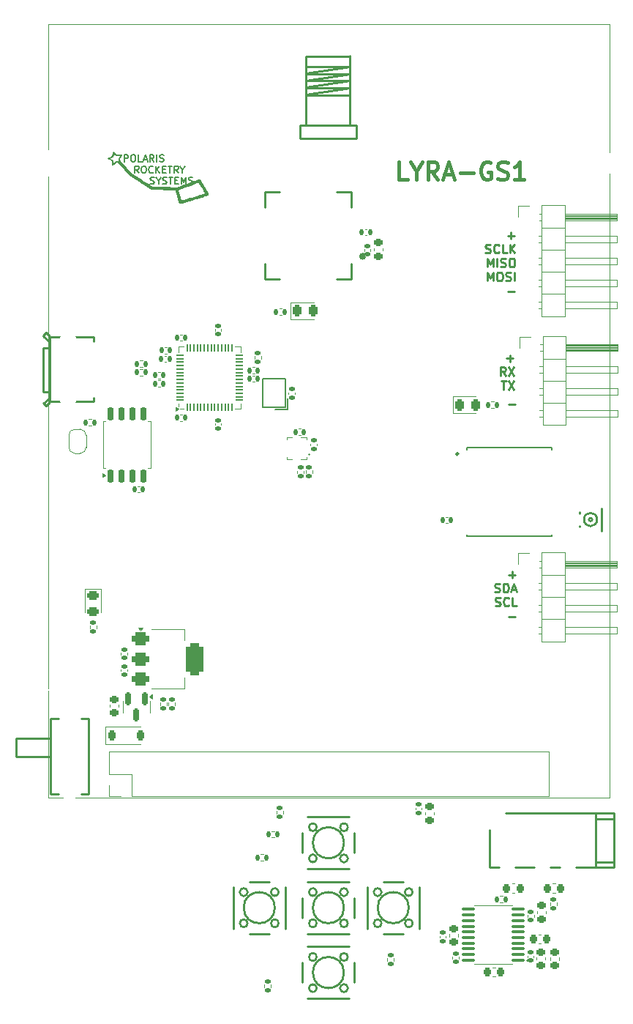
<source format=gbr>
%TF.GenerationSoftware,KiCad,Pcbnew,8.0.0*%
%TF.CreationDate,2024-04-01T11:56:58-07:00*%
%TF.ProjectId,recivier,72656369-7669-4657-922e-6b696361645f,rev?*%
%TF.SameCoordinates,Original*%
%TF.FileFunction,Legend,Top*%
%TF.FilePolarity,Positive*%
%FSLAX46Y46*%
G04 Gerber Fmt 4.6, Leading zero omitted, Abs format (unit mm)*
G04 Created by KiCad (PCBNEW 8.0.0) date 2024-04-01 11:56:58*
%MOMM*%
%LPD*%
G01*
G04 APERTURE LIST*
G04 Aperture macros list*
%AMRoundRect*
0 Rectangle with rounded corners*
0 $1 Rounding radius*
0 $2 $3 $4 $5 $6 $7 $8 $9 X,Y pos of 4 corners*
0 Add a 4 corners polygon primitive as box body*
4,1,4,$2,$3,$4,$5,$6,$7,$8,$9,$2,$3,0*
0 Add four circle primitives for the rounded corners*
1,1,$1+$1,$2,$3*
1,1,$1+$1,$4,$5*
1,1,$1+$1,$6,$7*
1,1,$1+$1,$8,$9*
0 Add four rect primitives between the rounded corners*
20,1,$1+$1,$2,$3,$4,$5,0*
20,1,$1+$1,$4,$5,$6,$7,0*
20,1,$1+$1,$6,$7,$8,$9,0*
20,1,$1+$1,$8,$9,$2,$3,0*%
%AMFreePoly0*
4,1,19,0.500000,-0.750000,0.000000,-0.750000,0.000000,-0.744911,-0.071157,-0.744911,-0.207708,-0.704816,-0.327430,-0.627875,-0.420627,-0.520320,-0.479746,-0.390866,-0.500000,-0.250000,-0.500000,0.250000,-0.479746,0.390866,-0.420627,0.520320,-0.327430,0.627875,-0.207708,0.704816,-0.071157,0.744911,0.000000,0.744911,0.000000,0.750000,0.500000,0.750000,0.500000,-0.750000,0.500000,-0.750000,
$1*%
%AMFreePoly1*
4,1,19,0.000000,0.744911,0.071157,0.744911,0.207708,0.704816,0.327430,0.627875,0.420627,0.520320,0.479746,0.390866,0.500000,0.250000,0.500000,-0.250000,0.479746,-0.390866,0.420627,-0.520320,0.327430,-0.627875,0.207708,-0.704816,0.071157,-0.744911,0.000000,-0.744911,0.000000,-0.750000,-0.500000,-0.750000,-0.500000,0.750000,0.000000,0.750000,0.000000,0.744911,0.000000,0.744911,
$1*%
G04 Aperture macros list end*
%ADD10C,0.400000*%
%ADD11C,0.187500*%
%ADD12C,0.250000*%
%ADD13C,0.120000*%
%ADD14C,0.100000*%
%ADD15C,0.000000*%
%ADD16C,0.150000*%
%ADD17RoundRect,0.135000X0.135000X0.185000X-0.135000X0.185000X-0.135000X-0.185000X0.135000X-0.185000X0*%
%ADD18RoundRect,0.050000X0.050000X-0.387500X0.050000X0.387500X-0.050000X0.387500X-0.050000X-0.387500X0*%
%ADD19RoundRect,0.050000X0.387500X-0.050000X0.387500X0.050000X-0.387500X0.050000X-0.387500X-0.050000X0*%
%ADD20R,3.200000X3.200000*%
%ADD21RoundRect,0.135000X-0.135000X-0.185000X0.135000X-0.185000X0.135000X0.185000X-0.135000X0.185000X0*%
%ADD22RoundRect,0.140000X0.170000X-0.140000X0.170000X0.140000X-0.170000X0.140000X-0.170000X-0.140000X0*%
%ADD23R,1.700000X1.700000*%
%ADD24O,1.700000X1.700000*%
%ADD25C,4.000000*%
%ADD26RoundRect,0.100000X0.637500X0.100000X-0.637500X0.100000X-0.637500X-0.100000X0.637500X-0.100000X0*%
%ADD27RoundRect,0.225000X-0.225000X-0.250000X0.225000X-0.250000X0.225000X0.250000X-0.225000X0.250000X0*%
%ADD28RoundRect,0.140000X0.140000X0.170000X-0.140000X0.170000X-0.140000X-0.170000X0.140000X-0.170000X0*%
%ADD29RoundRect,0.135000X0.185000X-0.135000X0.185000X0.135000X-0.185000X0.135000X-0.185000X-0.135000X0*%
%ADD30C,5.600000*%
%ADD31RoundRect,0.135000X-0.185000X0.135000X-0.185000X-0.135000X0.185000X-0.135000X0.185000X0.135000X0*%
%ADD32RoundRect,0.225000X0.225000X0.250000X-0.225000X0.250000X-0.225000X-0.250000X0.225000X-0.250000X0*%
%ADD33RoundRect,0.225000X0.250000X-0.225000X0.250000X0.225000X-0.250000X0.225000X-0.250000X-0.225000X0*%
%ADD34C,1.800000*%
%ADD35RoundRect,0.225000X-0.225000X-0.375000X0.225000X-0.375000X0.225000X0.375000X-0.225000X0.375000X0*%
%ADD36RoundRect,0.140000X-0.170000X0.140000X-0.170000X-0.140000X0.170000X-0.140000X0.170000X0.140000X0*%
%ADD37R,1.500000X0.800000*%
%ADD38R,0.800000X1.500000*%
%ADD39RoundRect,0.150000X-0.150000X0.587500X-0.150000X-0.587500X0.150000X-0.587500X0.150000X0.587500X0*%
%ADD40R,0.500000X0.280000*%
%ADD41R,0.280000X0.500000*%
%ADD42RoundRect,0.225000X-0.250000X0.225000X-0.250000X-0.225000X0.250000X-0.225000X0.250000X0.225000X0*%
%ADD43RoundRect,0.140000X-0.140000X-0.170000X0.140000X-0.170000X0.140000X0.170000X-0.140000X0.170000X0*%
%ADD44C,1.200000*%
%ADD45R,1.400000X3.000000*%
%ADD46RoundRect,0.243750X-0.243750X-0.456250X0.243750X-0.456250X0.243750X0.456250X-0.243750X0.456250X0*%
%ADD47O,1.770000X0.700000*%
%ADD48RoundRect,0.150000X0.150000X-0.650000X0.150000X0.650000X-0.150000X0.650000X-0.150000X-0.650000X0*%
%ADD49FreePoly0,90.000000*%
%ADD50FreePoly1,90.000000*%
%ADD51R,1.200000X5.000000*%
%ADD52R,1.400000X5.000000*%
%ADD53R,1.600000X0.400000*%
%ADD54O,1.400000X1.200000*%
%ADD55O,1.900000X1.200000*%
%ADD56R,0.800000X1.000000*%
%ADD57RoundRect,0.375000X-0.625000X-0.375000X0.625000X-0.375000X0.625000X0.375000X-0.625000X0.375000X0*%
%ADD58RoundRect,0.500000X-0.500000X-1.400000X0.500000X-1.400000X0.500000X1.400000X-0.500000X1.400000X0*%
%ADD59RoundRect,0.243750X-0.456250X0.243750X-0.456250X-0.243750X0.456250X-0.243750X0.456250X0.243750X0*%
%ADD60C,1.520000*%
%ADD61O,2.200000X1.400000*%
%ADD62R,1.050000X1.000000*%
%ADD63R,2.200000X1.050000*%
%ADD64C,3.000000*%
%ADD65R,1.500000X1.500000*%
%ADD66C,1.500000*%
G04 APERTURE END LIST*
D10*
X42129928Y95186762D02*
X41177547Y95186762D01*
X41177547Y95186762D02*
X41177547Y97186762D01*
X43177547Y96139143D02*
X43177547Y95186762D01*
X42510881Y97186762D02*
X43177547Y96139143D01*
X43177547Y96139143D02*
X43844214Y97186762D01*
X45653738Y95186762D02*
X44987071Y96139143D01*
X44510881Y95186762D02*
X44510881Y97186762D01*
X44510881Y97186762D02*
X45272786Y97186762D01*
X45272786Y97186762D02*
X45463262Y97091524D01*
X45463262Y97091524D02*
X45558500Y96996286D01*
X45558500Y96996286D02*
X45653738Y96805810D01*
X45653738Y96805810D02*
X45653738Y96520096D01*
X45653738Y96520096D02*
X45558500Y96329620D01*
X45558500Y96329620D02*
X45463262Y96234381D01*
X45463262Y96234381D02*
X45272786Y96139143D01*
X45272786Y96139143D02*
X44510881Y96139143D01*
X46415643Y95758191D02*
X47368024Y95758191D01*
X46225167Y95186762D02*
X46891833Y97186762D01*
X46891833Y97186762D02*
X47558500Y95186762D01*
X48225167Y95948667D02*
X49748977Y95948667D01*
X51748976Y97091524D02*
X51558500Y97186762D01*
X51558500Y97186762D02*
X51272786Y97186762D01*
X51272786Y97186762D02*
X50987071Y97091524D01*
X50987071Y97091524D02*
X50796595Y96901048D01*
X50796595Y96901048D02*
X50701357Y96710572D01*
X50701357Y96710572D02*
X50606119Y96329620D01*
X50606119Y96329620D02*
X50606119Y96043905D01*
X50606119Y96043905D02*
X50701357Y95662953D01*
X50701357Y95662953D02*
X50796595Y95472477D01*
X50796595Y95472477D02*
X50987071Y95282000D01*
X50987071Y95282000D02*
X51272786Y95186762D01*
X51272786Y95186762D02*
X51463262Y95186762D01*
X51463262Y95186762D02*
X51748976Y95282000D01*
X51748976Y95282000D02*
X51844214Y95377239D01*
X51844214Y95377239D02*
X51844214Y96043905D01*
X51844214Y96043905D02*
X51463262Y96043905D01*
X52606119Y95282000D02*
X52891833Y95186762D01*
X52891833Y95186762D02*
X53368024Y95186762D01*
X53368024Y95186762D02*
X53558500Y95282000D01*
X53558500Y95282000D02*
X53653738Y95377239D01*
X53653738Y95377239D02*
X53748976Y95567715D01*
X53748976Y95567715D02*
X53748976Y95758191D01*
X53748976Y95758191D02*
X53653738Y95948667D01*
X53653738Y95948667D02*
X53558500Y96043905D01*
X53558500Y96043905D02*
X53368024Y96139143D01*
X53368024Y96139143D02*
X52987071Y96234381D01*
X52987071Y96234381D02*
X52796595Y96329620D01*
X52796595Y96329620D02*
X52701357Y96424858D01*
X52701357Y96424858D02*
X52606119Y96615334D01*
X52606119Y96615334D02*
X52606119Y96805810D01*
X52606119Y96805810D02*
X52701357Y96996286D01*
X52701357Y96996286D02*
X52796595Y97091524D01*
X52796595Y97091524D02*
X52987071Y97186762D01*
X52987071Y97186762D02*
X53463262Y97186762D01*
X53463262Y97186762D02*
X53748976Y97091524D01*
X55653738Y95186762D02*
X54510881Y95186762D01*
X55082309Y95186762D02*
X55082309Y97186762D01*
X55082309Y97186762D02*
X54891833Y96901048D01*
X54891833Y96901048D02*
X54701357Y96710572D01*
X54701357Y96710572D02*
X54510881Y96615334D01*
D11*
X9383031Y97223765D02*
X9383031Y98023765D01*
X9383031Y98023765D02*
X9687793Y98023765D01*
X9687793Y98023765D02*
X9763983Y97985670D01*
X9763983Y97985670D02*
X9802078Y97947575D01*
X9802078Y97947575D02*
X9840174Y97871384D01*
X9840174Y97871384D02*
X9840174Y97757099D01*
X9840174Y97757099D02*
X9802078Y97680908D01*
X9802078Y97680908D02*
X9763983Y97642813D01*
X9763983Y97642813D02*
X9687793Y97604718D01*
X9687793Y97604718D02*
X9383031Y97604718D01*
X10335412Y98023765D02*
X10487793Y98023765D01*
X10487793Y98023765D02*
X10563983Y97985670D01*
X10563983Y97985670D02*
X10640174Y97909480D01*
X10640174Y97909480D02*
X10678269Y97757099D01*
X10678269Y97757099D02*
X10678269Y97490432D01*
X10678269Y97490432D02*
X10640174Y97338051D01*
X10640174Y97338051D02*
X10563983Y97261860D01*
X10563983Y97261860D02*
X10487793Y97223765D01*
X10487793Y97223765D02*
X10335412Y97223765D01*
X10335412Y97223765D02*
X10259221Y97261860D01*
X10259221Y97261860D02*
X10183031Y97338051D01*
X10183031Y97338051D02*
X10144935Y97490432D01*
X10144935Y97490432D02*
X10144935Y97757099D01*
X10144935Y97757099D02*
X10183031Y97909480D01*
X10183031Y97909480D02*
X10259221Y97985670D01*
X10259221Y97985670D02*
X10335412Y98023765D01*
X11402078Y97223765D02*
X11021126Y97223765D01*
X11021126Y97223765D02*
X11021126Y98023765D01*
X11630649Y97452337D02*
X12011602Y97452337D01*
X11554459Y97223765D02*
X11821126Y98023765D01*
X11821126Y98023765D02*
X12087792Y97223765D01*
X12811602Y97223765D02*
X12544935Y97604718D01*
X12354459Y97223765D02*
X12354459Y98023765D01*
X12354459Y98023765D02*
X12659221Y98023765D01*
X12659221Y98023765D02*
X12735411Y97985670D01*
X12735411Y97985670D02*
X12773506Y97947575D01*
X12773506Y97947575D02*
X12811602Y97871384D01*
X12811602Y97871384D02*
X12811602Y97757099D01*
X12811602Y97757099D02*
X12773506Y97680908D01*
X12773506Y97680908D02*
X12735411Y97642813D01*
X12735411Y97642813D02*
X12659221Y97604718D01*
X12659221Y97604718D02*
X12354459Y97604718D01*
X13154459Y97223765D02*
X13154459Y98023765D01*
X13497315Y97261860D02*
X13611601Y97223765D01*
X13611601Y97223765D02*
X13802077Y97223765D01*
X13802077Y97223765D02*
X13878268Y97261860D01*
X13878268Y97261860D02*
X13916363Y97299956D01*
X13916363Y97299956D02*
X13954458Y97376146D01*
X13954458Y97376146D02*
X13954458Y97452337D01*
X13954458Y97452337D02*
X13916363Y97528527D01*
X13916363Y97528527D02*
X13878268Y97566622D01*
X13878268Y97566622D02*
X13802077Y97604718D01*
X13802077Y97604718D02*
X13649696Y97642813D01*
X13649696Y97642813D02*
X13573506Y97680908D01*
X13573506Y97680908D02*
X13535411Y97719003D01*
X13535411Y97719003D02*
X13497315Y97795194D01*
X13497315Y97795194D02*
X13497315Y97871384D01*
X13497315Y97871384D02*
X13535411Y97947575D01*
X13535411Y97947575D02*
X13573506Y97985670D01*
X13573506Y97985670D02*
X13649696Y98023765D01*
X13649696Y98023765D02*
X13840173Y98023765D01*
X13840173Y98023765D02*
X13954458Y97985670D01*
X11059222Y95935810D02*
X10792555Y96316763D01*
X10602079Y95935810D02*
X10602079Y96735810D01*
X10602079Y96735810D02*
X10906841Y96735810D01*
X10906841Y96735810D02*
X10983031Y96697715D01*
X10983031Y96697715D02*
X11021126Y96659620D01*
X11021126Y96659620D02*
X11059222Y96583429D01*
X11059222Y96583429D02*
X11059222Y96469144D01*
X11059222Y96469144D02*
X11021126Y96392953D01*
X11021126Y96392953D02*
X10983031Y96354858D01*
X10983031Y96354858D02*
X10906841Y96316763D01*
X10906841Y96316763D02*
X10602079Y96316763D01*
X11554460Y96735810D02*
X11706841Y96735810D01*
X11706841Y96735810D02*
X11783031Y96697715D01*
X11783031Y96697715D02*
X11859222Y96621525D01*
X11859222Y96621525D02*
X11897317Y96469144D01*
X11897317Y96469144D02*
X11897317Y96202477D01*
X11897317Y96202477D02*
X11859222Y96050096D01*
X11859222Y96050096D02*
X11783031Y95973905D01*
X11783031Y95973905D02*
X11706841Y95935810D01*
X11706841Y95935810D02*
X11554460Y95935810D01*
X11554460Y95935810D02*
X11478269Y95973905D01*
X11478269Y95973905D02*
X11402079Y96050096D01*
X11402079Y96050096D02*
X11363983Y96202477D01*
X11363983Y96202477D02*
X11363983Y96469144D01*
X11363983Y96469144D02*
X11402079Y96621525D01*
X11402079Y96621525D02*
X11478269Y96697715D01*
X11478269Y96697715D02*
X11554460Y96735810D01*
X12697317Y96012001D02*
X12659221Y95973905D01*
X12659221Y95973905D02*
X12544936Y95935810D01*
X12544936Y95935810D02*
X12468745Y95935810D01*
X12468745Y95935810D02*
X12354459Y95973905D01*
X12354459Y95973905D02*
X12278269Y96050096D01*
X12278269Y96050096D02*
X12240174Y96126286D01*
X12240174Y96126286D02*
X12202078Y96278667D01*
X12202078Y96278667D02*
X12202078Y96392953D01*
X12202078Y96392953D02*
X12240174Y96545334D01*
X12240174Y96545334D02*
X12278269Y96621525D01*
X12278269Y96621525D02*
X12354459Y96697715D01*
X12354459Y96697715D02*
X12468745Y96735810D01*
X12468745Y96735810D02*
X12544936Y96735810D01*
X12544936Y96735810D02*
X12659221Y96697715D01*
X12659221Y96697715D02*
X12697317Y96659620D01*
X13040174Y95935810D02*
X13040174Y96735810D01*
X13497317Y95935810D02*
X13154459Y96392953D01*
X13497317Y96735810D02*
X13040174Y96278667D01*
X13840174Y96354858D02*
X14106840Y96354858D01*
X14221126Y95935810D02*
X13840174Y95935810D01*
X13840174Y95935810D02*
X13840174Y96735810D01*
X13840174Y96735810D02*
X14221126Y96735810D01*
X14449698Y96735810D02*
X14906841Y96735810D01*
X14678269Y95935810D02*
X14678269Y96735810D01*
X15630651Y95935810D02*
X15363984Y96316763D01*
X15173508Y95935810D02*
X15173508Y96735810D01*
X15173508Y96735810D02*
X15478270Y96735810D01*
X15478270Y96735810D02*
X15554460Y96697715D01*
X15554460Y96697715D02*
X15592555Y96659620D01*
X15592555Y96659620D02*
X15630651Y96583429D01*
X15630651Y96583429D02*
X15630651Y96469144D01*
X15630651Y96469144D02*
X15592555Y96392953D01*
X15592555Y96392953D02*
X15554460Y96354858D01*
X15554460Y96354858D02*
X15478270Y96316763D01*
X15478270Y96316763D02*
X15173508Y96316763D01*
X16125889Y96316763D02*
X16125889Y95935810D01*
X15859222Y96735810D02*
X16125889Y96316763D01*
X16125889Y96316763D02*
X16392555Y96735810D01*
X12392555Y94685950D02*
X12506841Y94647855D01*
X12506841Y94647855D02*
X12697317Y94647855D01*
X12697317Y94647855D02*
X12773508Y94685950D01*
X12773508Y94685950D02*
X12811603Y94724046D01*
X12811603Y94724046D02*
X12849698Y94800236D01*
X12849698Y94800236D02*
X12849698Y94876427D01*
X12849698Y94876427D02*
X12811603Y94952617D01*
X12811603Y94952617D02*
X12773508Y94990712D01*
X12773508Y94990712D02*
X12697317Y95028808D01*
X12697317Y95028808D02*
X12544936Y95066903D01*
X12544936Y95066903D02*
X12468746Y95104998D01*
X12468746Y95104998D02*
X12430651Y95143093D01*
X12430651Y95143093D02*
X12392555Y95219284D01*
X12392555Y95219284D02*
X12392555Y95295474D01*
X12392555Y95295474D02*
X12430651Y95371665D01*
X12430651Y95371665D02*
X12468746Y95409760D01*
X12468746Y95409760D02*
X12544936Y95447855D01*
X12544936Y95447855D02*
X12735413Y95447855D01*
X12735413Y95447855D02*
X12849698Y95409760D01*
X13344937Y95028808D02*
X13344937Y94647855D01*
X13078270Y95447855D02*
X13344937Y95028808D01*
X13344937Y95028808D02*
X13611603Y95447855D01*
X13840174Y94685950D02*
X13954460Y94647855D01*
X13954460Y94647855D02*
X14144936Y94647855D01*
X14144936Y94647855D02*
X14221127Y94685950D01*
X14221127Y94685950D02*
X14259222Y94724046D01*
X14259222Y94724046D02*
X14297317Y94800236D01*
X14297317Y94800236D02*
X14297317Y94876427D01*
X14297317Y94876427D02*
X14259222Y94952617D01*
X14259222Y94952617D02*
X14221127Y94990712D01*
X14221127Y94990712D02*
X14144936Y95028808D01*
X14144936Y95028808D02*
X13992555Y95066903D01*
X13992555Y95066903D02*
X13916365Y95104998D01*
X13916365Y95104998D02*
X13878270Y95143093D01*
X13878270Y95143093D02*
X13840174Y95219284D01*
X13840174Y95219284D02*
X13840174Y95295474D01*
X13840174Y95295474D02*
X13878270Y95371665D01*
X13878270Y95371665D02*
X13916365Y95409760D01*
X13916365Y95409760D02*
X13992555Y95447855D01*
X13992555Y95447855D02*
X14183032Y95447855D01*
X14183032Y95447855D02*
X14297317Y95409760D01*
X14525889Y95447855D02*
X14983032Y95447855D01*
X14754460Y94647855D02*
X14754460Y95447855D01*
X15249699Y95066903D02*
X15516365Y95066903D01*
X15630651Y94647855D02*
X15249699Y94647855D01*
X15249699Y94647855D02*
X15249699Y95447855D01*
X15249699Y95447855D02*
X15630651Y95447855D01*
X15973509Y94647855D02*
X15973509Y95447855D01*
X15973509Y95447855D02*
X16240175Y94876427D01*
X16240175Y94876427D02*
X16506842Y95447855D01*
X16506842Y95447855D02*
X16506842Y94647855D01*
X16849699Y94685950D02*
X16963985Y94647855D01*
X16963985Y94647855D02*
X17154461Y94647855D01*
X17154461Y94647855D02*
X17230652Y94685950D01*
X17230652Y94685950D02*
X17268747Y94724046D01*
X17268747Y94724046D02*
X17306842Y94800236D01*
X17306842Y94800236D02*
X17306842Y94876427D01*
X17306842Y94876427D02*
X17268747Y94952617D01*
X17268747Y94952617D02*
X17230652Y94990712D01*
X17230652Y94990712D02*
X17154461Y95028808D01*
X17154461Y95028808D02*
X17002080Y95066903D01*
X17002080Y95066903D02*
X16925890Y95104998D01*
X16925890Y95104998D02*
X16887795Y95143093D01*
X16887795Y95143093D02*
X16849699Y95219284D01*
X16849699Y95219284D02*
X16849699Y95295474D01*
X16849699Y95295474D02*
X16887795Y95371665D01*
X16887795Y95371665D02*
X16925890Y95409760D01*
X16925890Y95409760D02*
X17002080Y95447855D01*
X17002080Y95447855D02*
X17192557Y95447855D01*
X17192557Y95447855D02*
X17306842Y95409760D01*
D12*
X53878727Y49467366D02*
X54640632Y49467366D01*
X54259679Y49086413D02*
X54259679Y49848318D01*
X52259679Y47524088D02*
X52402536Y47476469D01*
X52402536Y47476469D02*
X52640631Y47476469D01*
X52640631Y47476469D02*
X52735869Y47524088D01*
X52735869Y47524088D02*
X52783488Y47571708D01*
X52783488Y47571708D02*
X52831107Y47666946D01*
X52831107Y47666946D02*
X52831107Y47762184D01*
X52831107Y47762184D02*
X52783488Y47857422D01*
X52783488Y47857422D02*
X52735869Y47905041D01*
X52735869Y47905041D02*
X52640631Y47952660D01*
X52640631Y47952660D02*
X52450155Y48000279D01*
X52450155Y48000279D02*
X52354917Y48047898D01*
X52354917Y48047898D02*
X52307298Y48095517D01*
X52307298Y48095517D02*
X52259679Y48190755D01*
X52259679Y48190755D02*
X52259679Y48285993D01*
X52259679Y48285993D02*
X52307298Y48381231D01*
X52307298Y48381231D02*
X52354917Y48428850D01*
X52354917Y48428850D02*
X52450155Y48476469D01*
X52450155Y48476469D02*
X52688250Y48476469D01*
X52688250Y48476469D02*
X52831107Y48428850D01*
X53259679Y47476469D02*
X53259679Y48476469D01*
X53259679Y48476469D02*
X53497774Y48476469D01*
X53497774Y48476469D02*
X53640631Y48428850D01*
X53640631Y48428850D02*
X53735869Y48333612D01*
X53735869Y48333612D02*
X53783488Y48238374D01*
X53783488Y48238374D02*
X53831107Y48047898D01*
X53831107Y48047898D02*
X53831107Y47905041D01*
X53831107Y47905041D02*
X53783488Y47714565D01*
X53783488Y47714565D02*
X53735869Y47619327D01*
X53735869Y47619327D02*
X53640631Y47524088D01*
X53640631Y47524088D02*
X53497774Y47476469D01*
X53497774Y47476469D02*
X53259679Y47476469D01*
X54212060Y47762184D02*
X54688250Y47762184D01*
X54116822Y47476469D02*
X54450155Y48476469D01*
X54450155Y48476469D02*
X54783488Y47476469D01*
X52307298Y45914144D02*
X52450155Y45866525D01*
X52450155Y45866525D02*
X52688250Y45866525D01*
X52688250Y45866525D02*
X52783488Y45914144D01*
X52783488Y45914144D02*
X52831107Y45961764D01*
X52831107Y45961764D02*
X52878726Y46057002D01*
X52878726Y46057002D02*
X52878726Y46152240D01*
X52878726Y46152240D02*
X52831107Y46247478D01*
X52831107Y46247478D02*
X52783488Y46295097D01*
X52783488Y46295097D02*
X52688250Y46342716D01*
X52688250Y46342716D02*
X52497774Y46390335D01*
X52497774Y46390335D02*
X52402536Y46437954D01*
X52402536Y46437954D02*
X52354917Y46485573D01*
X52354917Y46485573D02*
X52307298Y46580811D01*
X52307298Y46580811D02*
X52307298Y46676049D01*
X52307298Y46676049D02*
X52354917Y46771287D01*
X52354917Y46771287D02*
X52402536Y46818906D01*
X52402536Y46818906D02*
X52497774Y46866525D01*
X52497774Y46866525D02*
X52735869Y46866525D01*
X52735869Y46866525D02*
X52878726Y46818906D01*
X53878726Y45961764D02*
X53831107Y45914144D01*
X53831107Y45914144D02*
X53688250Y45866525D01*
X53688250Y45866525D02*
X53593012Y45866525D01*
X53593012Y45866525D02*
X53450155Y45914144D01*
X53450155Y45914144D02*
X53354917Y46009383D01*
X53354917Y46009383D02*
X53307298Y46104621D01*
X53307298Y46104621D02*
X53259679Y46295097D01*
X53259679Y46295097D02*
X53259679Y46437954D01*
X53259679Y46437954D02*
X53307298Y46628430D01*
X53307298Y46628430D02*
X53354917Y46723668D01*
X53354917Y46723668D02*
X53450155Y46818906D01*
X53450155Y46818906D02*
X53593012Y46866525D01*
X53593012Y46866525D02*
X53688250Y46866525D01*
X53688250Y46866525D02*
X53831107Y46818906D01*
X53831107Y46818906D02*
X53878726Y46771287D01*
X54783488Y45866525D02*
X54307298Y45866525D01*
X54307298Y45866525D02*
X54307298Y46866525D01*
X53878727Y44637534D02*
X54640632Y44637534D01*
X53751727Y88669310D02*
X54513632Y88669310D01*
X54132679Y88288357D02*
X54132679Y89050262D01*
X51180298Y86726032D02*
X51323155Y86678413D01*
X51323155Y86678413D02*
X51561250Y86678413D01*
X51561250Y86678413D02*
X51656488Y86726032D01*
X51656488Y86726032D02*
X51704107Y86773652D01*
X51704107Y86773652D02*
X51751726Y86868890D01*
X51751726Y86868890D02*
X51751726Y86964128D01*
X51751726Y86964128D02*
X51704107Y87059366D01*
X51704107Y87059366D02*
X51656488Y87106985D01*
X51656488Y87106985D02*
X51561250Y87154604D01*
X51561250Y87154604D02*
X51370774Y87202223D01*
X51370774Y87202223D02*
X51275536Y87249842D01*
X51275536Y87249842D02*
X51227917Y87297461D01*
X51227917Y87297461D02*
X51180298Y87392699D01*
X51180298Y87392699D02*
X51180298Y87487937D01*
X51180298Y87487937D02*
X51227917Y87583175D01*
X51227917Y87583175D02*
X51275536Y87630794D01*
X51275536Y87630794D02*
X51370774Y87678413D01*
X51370774Y87678413D02*
X51608869Y87678413D01*
X51608869Y87678413D02*
X51751726Y87630794D01*
X52751726Y86773652D02*
X52704107Y86726032D01*
X52704107Y86726032D02*
X52561250Y86678413D01*
X52561250Y86678413D02*
X52466012Y86678413D01*
X52466012Y86678413D02*
X52323155Y86726032D01*
X52323155Y86726032D02*
X52227917Y86821271D01*
X52227917Y86821271D02*
X52180298Y86916509D01*
X52180298Y86916509D02*
X52132679Y87106985D01*
X52132679Y87106985D02*
X52132679Y87249842D01*
X52132679Y87249842D02*
X52180298Y87440318D01*
X52180298Y87440318D02*
X52227917Y87535556D01*
X52227917Y87535556D02*
X52323155Y87630794D01*
X52323155Y87630794D02*
X52466012Y87678413D01*
X52466012Y87678413D02*
X52561250Y87678413D01*
X52561250Y87678413D02*
X52704107Y87630794D01*
X52704107Y87630794D02*
X52751726Y87583175D01*
X53656488Y86678413D02*
X53180298Y86678413D01*
X53180298Y86678413D02*
X53180298Y87678413D01*
X53989822Y86678413D02*
X53989822Y87678413D01*
X54561250Y86678413D02*
X54132679Y87249842D01*
X54561250Y87678413D02*
X53989822Y87106985D01*
X51370775Y85068469D02*
X51370775Y86068469D01*
X51370775Y86068469D02*
X51704108Y85354184D01*
X51704108Y85354184D02*
X52037441Y86068469D01*
X52037441Y86068469D02*
X52037441Y85068469D01*
X52513632Y85068469D02*
X52513632Y86068469D01*
X52942203Y85116088D02*
X53085060Y85068469D01*
X53085060Y85068469D02*
X53323155Y85068469D01*
X53323155Y85068469D02*
X53418393Y85116088D01*
X53418393Y85116088D02*
X53466012Y85163708D01*
X53466012Y85163708D02*
X53513631Y85258946D01*
X53513631Y85258946D02*
X53513631Y85354184D01*
X53513631Y85354184D02*
X53466012Y85449422D01*
X53466012Y85449422D02*
X53418393Y85497041D01*
X53418393Y85497041D02*
X53323155Y85544660D01*
X53323155Y85544660D02*
X53132679Y85592279D01*
X53132679Y85592279D02*
X53037441Y85639898D01*
X53037441Y85639898D02*
X52989822Y85687517D01*
X52989822Y85687517D02*
X52942203Y85782755D01*
X52942203Y85782755D02*
X52942203Y85877993D01*
X52942203Y85877993D02*
X52989822Y85973231D01*
X52989822Y85973231D02*
X53037441Y86020850D01*
X53037441Y86020850D02*
X53132679Y86068469D01*
X53132679Y86068469D02*
X53370774Y86068469D01*
X53370774Y86068469D02*
X53513631Y86020850D01*
X54132679Y86068469D02*
X54323155Y86068469D01*
X54323155Y86068469D02*
X54418393Y86020850D01*
X54418393Y86020850D02*
X54513631Y85925612D01*
X54513631Y85925612D02*
X54561250Y85735136D01*
X54561250Y85735136D02*
X54561250Y85401803D01*
X54561250Y85401803D02*
X54513631Y85211327D01*
X54513631Y85211327D02*
X54418393Y85116088D01*
X54418393Y85116088D02*
X54323155Y85068469D01*
X54323155Y85068469D02*
X54132679Y85068469D01*
X54132679Y85068469D02*
X54037441Y85116088D01*
X54037441Y85116088D02*
X53942203Y85211327D01*
X53942203Y85211327D02*
X53894584Y85401803D01*
X53894584Y85401803D02*
X53894584Y85735136D01*
X53894584Y85735136D02*
X53942203Y85925612D01*
X53942203Y85925612D02*
X54037441Y86020850D01*
X54037441Y86020850D02*
X54132679Y86068469D01*
X51370775Y83458525D02*
X51370775Y84458525D01*
X51370775Y84458525D02*
X51704108Y83744240D01*
X51704108Y83744240D02*
X52037441Y84458525D01*
X52037441Y84458525D02*
X52037441Y83458525D01*
X52704108Y84458525D02*
X52894584Y84458525D01*
X52894584Y84458525D02*
X52989822Y84410906D01*
X52989822Y84410906D02*
X53085060Y84315668D01*
X53085060Y84315668D02*
X53132679Y84125192D01*
X53132679Y84125192D02*
X53132679Y83791859D01*
X53132679Y83791859D02*
X53085060Y83601383D01*
X53085060Y83601383D02*
X52989822Y83506144D01*
X52989822Y83506144D02*
X52894584Y83458525D01*
X52894584Y83458525D02*
X52704108Y83458525D01*
X52704108Y83458525D02*
X52608870Y83506144D01*
X52608870Y83506144D02*
X52513632Y83601383D01*
X52513632Y83601383D02*
X52466013Y83791859D01*
X52466013Y83791859D02*
X52466013Y84125192D01*
X52466013Y84125192D02*
X52513632Y84315668D01*
X52513632Y84315668D02*
X52608870Y84410906D01*
X52608870Y84410906D02*
X52704108Y84458525D01*
X53513632Y83506144D02*
X53656489Y83458525D01*
X53656489Y83458525D02*
X53894584Y83458525D01*
X53894584Y83458525D02*
X53989822Y83506144D01*
X53989822Y83506144D02*
X54037441Y83553764D01*
X54037441Y83553764D02*
X54085060Y83649002D01*
X54085060Y83649002D02*
X54085060Y83744240D01*
X54085060Y83744240D02*
X54037441Y83839478D01*
X54037441Y83839478D02*
X53989822Y83887097D01*
X53989822Y83887097D02*
X53894584Y83934716D01*
X53894584Y83934716D02*
X53704108Y83982335D01*
X53704108Y83982335D02*
X53608870Y84029954D01*
X53608870Y84029954D02*
X53561251Y84077573D01*
X53561251Y84077573D02*
X53513632Y84172811D01*
X53513632Y84172811D02*
X53513632Y84268049D01*
X53513632Y84268049D02*
X53561251Y84363287D01*
X53561251Y84363287D02*
X53608870Y84410906D01*
X53608870Y84410906D02*
X53704108Y84458525D01*
X53704108Y84458525D02*
X53942203Y84458525D01*
X53942203Y84458525D02*
X54085060Y84410906D01*
X54513632Y83458525D02*
X54513632Y84458525D01*
X53751727Y82229534D02*
X54513632Y82229534D01*
X53624727Y74486366D02*
X54386632Y74486366D01*
X54005679Y74105413D02*
X54005679Y74867318D01*
X53481869Y72495469D02*
X53148536Y72971660D01*
X52910441Y72495469D02*
X52910441Y73495469D01*
X52910441Y73495469D02*
X53291393Y73495469D01*
X53291393Y73495469D02*
X53386631Y73447850D01*
X53386631Y73447850D02*
X53434250Y73400231D01*
X53434250Y73400231D02*
X53481869Y73304993D01*
X53481869Y73304993D02*
X53481869Y73162136D01*
X53481869Y73162136D02*
X53434250Y73066898D01*
X53434250Y73066898D02*
X53386631Y73019279D01*
X53386631Y73019279D02*
X53291393Y72971660D01*
X53291393Y72971660D02*
X52910441Y72971660D01*
X53815203Y73495469D02*
X54481869Y72495469D01*
X54481869Y73495469D02*
X53815203Y72495469D01*
X53005679Y71885525D02*
X53577107Y71885525D01*
X53291393Y70885525D02*
X53291393Y71885525D01*
X53815203Y71885525D02*
X54481869Y70885525D01*
X54481869Y71885525D02*
X53815203Y70885525D01*
X53862822Y69180343D02*
X54624726Y69180343D01*
D13*
%TO.C,R7*%
X52148841Y69494800D02*
X51841559Y69494800D01*
X52148841Y68734800D02*
X51841559Y68734800D01*
%TO.C,U3*%
X15632000Y75864600D02*
X16282000Y75864600D01*
X15632000Y75214600D02*
X15632000Y75864600D01*
X15632000Y69294600D02*
X15632000Y68944600D01*
X16282000Y68644600D02*
X15872000Y68644600D01*
X22852000Y75864600D02*
X22202000Y75864600D01*
X22852000Y75214600D02*
X22852000Y75864600D01*
X22852000Y69294600D02*
X22852000Y68644600D01*
X22852000Y68644600D02*
X22202000Y68644600D01*
X15632000Y68644600D02*
X15302000Y68404600D01*
X15302000Y68884600D01*
X15632000Y68644600D01*
G36*
X15632000Y68644600D02*
G01*
X15302000Y68404600D01*
X15302000Y68884600D01*
X15632000Y68644600D01*
G37*
%TO.C,R11*%
X25173559Y17196200D02*
X25480841Y17196200D01*
X25173559Y16436200D02*
X25480841Y16436200D01*
%TO.C,C24*%
X56062800Y9949364D02*
X56062800Y10165036D01*
X56782800Y9949364D02*
X56782800Y10165036D01*
%TO.C,D5*%
X7612200Y29068200D02*
X58532200Y29068200D01*
X7612200Y26468200D02*
X7612200Y29068200D01*
X7612200Y23868200D02*
X7612200Y25198200D01*
X8942200Y23868200D02*
X7612200Y23868200D01*
X10212200Y26468200D02*
X7612200Y26468200D01*
X10212200Y23868200D02*
X10212200Y26468200D01*
X10212200Y23868200D02*
X58532200Y23868200D01*
X58532200Y23868200D02*
X58532200Y29068200D01*
D14*
X622200Y23698200D02*
X65522200Y23698200D01*
X65522200Y113098200D01*
X622200Y113098200D01*
X622200Y23698200D01*
D13*
%TO.C,U5*%
X52061700Y11265600D02*
X49861700Y11265600D01*
X52061700Y11265600D02*
X54261700Y11265600D01*
X52061700Y4495600D02*
X49861700Y4495600D01*
X52061700Y4495600D02*
X54261700Y4495600D01*
X56251700Y4715600D02*
X55921700Y4955600D01*
X56251700Y5195600D01*
X56251700Y4715600D01*
G36*
X56251700Y4715600D02*
G01*
X55921700Y4955600D01*
X56251700Y5195600D01*
X56251700Y4715600D01*
G37*
%TO.C,R1*%
X5592641Y67488200D02*
X5285359Y67488200D01*
X5592641Y66728200D02*
X5285359Y66728200D01*
%TO.C,C30*%
X58966620Y13770200D02*
X59247780Y13770200D01*
X58966620Y12750200D02*
X59247780Y12750200D01*
%TO.C,R12*%
X26748841Y19863200D02*
X26441559Y19863200D01*
X26748841Y19103200D02*
X26441559Y19103200D01*
%TO.C,C9*%
X13520436Y72903800D02*
X13304764Y72903800D01*
X13520436Y72183800D02*
X13304764Y72183800D01*
%TO.C,R10*%
X25578200Y1803559D02*
X25578200Y2110841D01*
X26338200Y1803559D02*
X26338200Y2110841D01*
%TO.C,R17*%
X13540600Y34722441D02*
X13540600Y34415159D01*
X14300600Y34722441D02*
X14300600Y34415159D01*
%TO.C,C20*%
X52296180Y4067400D02*
X52015020Y4067400D01*
X52296180Y3047400D02*
X52015020Y3047400D01*
%TO.C,C22*%
X46964000Y7650820D02*
X46964000Y7931980D01*
X47984000Y7650820D02*
X47984000Y7931980D01*
D12*
%TO.C,SW5*%
X30000000Y2350000D02*
X30000000Y4650000D01*
X30600000Y6500000D02*
X35400000Y6500000D01*
X35400000Y500000D02*
X30600000Y500000D01*
X36000000Y4650000D02*
X36000000Y2350000D01*
X31650000Y5300000D02*
G75*
G02*
X30750000Y5300000I-450000J0D01*
G01*
X30750000Y5300000D02*
G75*
G02*
X31650000Y5300000I450000J0D01*
G01*
X31650000Y1700000D02*
G75*
G02*
X30750000Y1700000I-450000J0D01*
G01*
X30750000Y1700000D02*
G75*
G02*
X31650000Y1700000I450000J0D01*
G01*
X34800000Y3500000D02*
G75*
G02*
X31200000Y3500000I-1800000J0D01*
G01*
X31200000Y3500000D02*
G75*
G02*
X34800000Y3500000I1800000J0D01*
G01*
X35250000Y5300000D02*
G75*
G02*
X34350000Y5300000I-450000J0D01*
G01*
X34350000Y5300000D02*
G75*
G02*
X35250000Y5300000I450000J0D01*
G01*
X35250000Y1700000D02*
G75*
G02*
X34350000Y1700000I-450000J0D01*
G01*
X34350000Y1700000D02*
G75*
G02*
X35250000Y1700000I450000J0D01*
G01*
D13*
%TO.C,C25*%
X57132000Y10325620D02*
X57132000Y10606780D01*
X58152000Y10325620D02*
X58152000Y10606780D01*
%TO.C,C10*%
X19885200Y77691164D02*
X19885200Y77906836D01*
X20605200Y77691164D02*
X20605200Y77906836D01*
%TO.C,C34*%
X9014000Y38323764D02*
X9014000Y38539436D01*
X9734000Y38323764D02*
X9734000Y38539436D01*
%TO.C,J4*%
X54986200Y51985200D02*
X56256200Y51985200D01*
X54986200Y50715200D02*
X54986200Y51985200D01*
X57299129Y48555200D02*
X57696200Y48555200D01*
X57299129Y47795200D02*
X57696200Y47795200D01*
X57299129Y46015200D02*
X57696200Y46015200D01*
X57299129Y45255200D02*
X57696200Y45255200D01*
X57299129Y43475200D02*
X57696200Y43475200D01*
X57299129Y42715200D02*
X57696200Y42715200D01*
X57366200Y51095200D02*
X57696200Y51095200D01*
X57366200Y50335200D02*
X57696200Y50335200D01*
X57696200Y52045200D02*
X57696200Y41765200D01*
X57696200Y49445200D02*
X60356200Y49445200D01*
X57696200Y46905200D02*
X60356200Y46905200D01*
X57696200Y44365200D02*
X60356200Y44365200D01*
X57696200Y41765200D02*
X60356200Y41765200D01*
X60356200Y52045200D02*
X57696200Y52045200D01*
X60356200Y51095200D02*
X66356200Y51095200D01*
X60356200Y51035200D02*
X66356200Y51035200D01*
X60356200Y50915200D02*
X66356200Y50915200D01*
X60356200Y50795200D02*
X66356200Y50795200D01*
X60356200Y50675200D02*
X66356200Y50675200D01*
X60356200Y50555200D02*
X66356200Y50555200D01*
X60356200Y50435200D02*
X66356200Y50435200D01*
X60356200Y48555200D02*
X66356200Y48555200D01*
X60356200Y46015200D02*
X66356200Y46015200D01*
X60356200Y43475200D02*
X66356200Y43475200D01*
X60356200Y41765200D02*
X60356200Y52045200D01*
X66356200Y51095200D02*
X66356200Y50335200D01*
X66356200Y50335200D02*
X60356200Y50335200D01*
X66356200Y48555200D02*
X66356200Y47795200D01*
X66356200Y47795200D02*
X60356200Y47795200D01*
X66356200Y46015200D02*
X66356200Y45255200D01*
X66356200Y45255200D02*
X60356200Y45255200D01*
X66356200Y43475200D02*
X66356200Y42715200D01*
X66356200Y42715200D02*
X60356200Y42715200D01*
%TO.C,R16*%
X14505800Y34724441D02*
X14505800Y34417159D01*
X15265800Y34724441D02*
X15265800Y34417159D01*
%TO.C,R3*%
X11508841Y74244600D02*
X11201559Y74244600D01*
X11508841Y73484600D02*
X11201559Y73484600D01*
D12*
%TO.C,SW1*%
X30000000Y17350000D02*
X30000000Y19650000D01*
X30600000Y21500000D02*
X35400000Y21500000D01*
X35400000Y15500000D02*
X30600000Y15500000D01*
X36000000Y19650000D02*
X36000000Y17350000D01*
X31650000Y20300000D02*
G75*
G02*
X30750000Y20300000I-450000J0D01*
G01*
X30750000Y20300000D02*
G75*
G02*
X31650000Y20300000I450000J0D01*
G01*
X31650000Y16700000D02*
G75*
G02*
X30750000Y16700000I-450000J0D01*
G01*
X30750000Y16700000D02*
G75*
G02*
X31650000Y16700000I450000J0D01*
G01*
X34800000Y18500000D02*
G75*
G02*
X31200000Y18500000I-1800000J0D01*
G01*
X31200000Y18500000D02*
G75*
G02*
X34800000Y18500000I1800000J0D01*
G01*
X35250000Y20300000D02*
G75*
G02*
X34350000Y20300000I-450000J0D01*
G01*
X34350000Y20300000D02*
G75*
G02*
X35250000Y20300000I450000J0D01*
G01*
X35250000Y16700000D02*
G75*
G02*
X34350000Y16700000I-450000J0D01*
G01*
X34350000Y16700000D02*
G75*
G02*
X35250000Y16700000I450000J0D01*
G01*
D13*
%TO.C,D3*%
X7217200Y31938600D02*
X7217200Y29938600D01*
X7217200Y31938600D02*
X11227200Y31938600D01*
X7217200Y29938600D02*
X11227200Y29938600D01*
%TO.C,R2*%
X11201559Y73279400D02*
X11508841Y73279400D01*
X11201559Y72519400D02*
X11508841Y72519400D01*
%TO.C,C33*%
X30929900Y64625236D02*
X30929900Y64409564D01*
X31649900Y64625236D02*
X31649900Y64409564D01*
%TO.C,R4*%
X24464600Y74729441D02*
X24464600Y74422159D01*
X25224600Y74729441D02*
X25224600Y74422159D01*
D15*
%TO.C,G\u002A\u002A\u002A*%
G36*
X8192999Y98383610D02*
G01*
X8227153Y98362562D01*
X8272102Y98321666D01*
X8333531Y98256760D01*
X8385983Y98198612D01*
X8447186Y98131423D01*
X8499738Y98076083D01*
X8537179Y98039253D01*
X8551710Y98027674D01*
X8579045Y98026513D01*
X8637392Y98029981D01*
X8717768Y98037394D01*
X8797526Y98046388D01*
X8911231Y98059378D01*
X8991709Y98065922D01*
X9045613Y98065718D01*
X9079594Y98058468D01*
X9100304Y98043873D01*
X9108575Y98032395D01*
X9116940Y98013119D01*
X9116777Y97990239D01*
X9105340Y97957695D01*
X9079876Y97909429D01*
X9037636Y97839379D01*
X8978246Y97745221D01*
X8852749Y97547966D01*
X8906511Y97436123D01*
X8924953Y97403615D01*
X8954161Y97361762D01*
X8996245Y97308171D01*
X9053316Y97240463D01*
X9127488Y97156239D01*
X9220870Y97053114D01*
X9335574Y96928699D01*
X9473712Y96780604D01*
X9637395Y96606441D01*
X9675098Y96566451D01*
X10389922Y95808621D01*
X11500968Y95087752D01*
X11692847Y94963701D01*
X11875651Y94846376D01*
X12046433Y94737614D01*
X12202249Y94639248D01*
X12340155Y94553114D01*
X12457206Y94481047D01*
X12550458Y94424879D01*
X12616966Y94386448D01*
X12653785Y94367587D01*
X12659392Y94365933D01*
X12687195Y94364824D01*
X12751860Y94361937D01*
X12849950Y94357433D01*
X12978023Y94351473D01*
X13132642Y94344219D01*
X13310364Y94335833D01*
X13507752Y94326477D01*
X13721364Y94316311D01*
X13947764Y94305497D01*
X14065796Y94299846D01*
X15424823Y94234708D01*
X15660216Y94319615D01*
X15723861Y94342736D01*
X15820939Y94378224D01*
X15947037Y94424455D01*
X16097740Y94479807D01*
X16268634Y94542658D01*
X16455306Y94611384D01*
X16653342Y94684362D01*
X16858329Y94759969D01*
X16971238Y94801645D01*
X17214063Y94890861D01*
X17431699Y94969937D01*
X17622337Y95038241D01*
X17784166Y95095144D01*
X17915377Y95140016D01*
X18014158Y95172229D01*
X18078700Y95191152D01*
X18105893Y95196305D01*
X18163324Y95180482D01*
X18203488Y95152822D01*
X18228888Y95119146D01*
X18271423Y95055086D01*
X18328311Y94965348D01*
X18396768Y94854637D01*
X18474010Y94727660D01*
X18557252Y94589121D01*
X18643713Y94443727D01*
X18730608Y94296184D01*
X18815153Y94151196D01*
X18894565Y94013470D01*
X18966060Y93887710D01*
X19026854Y93778625D01*
X19074164Y93690917D01*
X19105205Y93629294D01*
X19106880Y93625682D01*
X19144335Y93526553D01*
X19153564Y93447037D01*
X19132022Y93382611D01*
X19077165Y93328746D01*
X18986447Y93280921D01*
X18893639Y93246389D01*
X18816782Y93221301D01*
X18709821Y93187285D01*
X18576501Y93145476D01*
X18420563Y93097008D01*
X18245749Y93043016D01*
X18055803Y92984633D01*
X17854464Y92922994D01*
X17645478Y92859233D01*
X17432586Y92794484D01*
X17219530Y92729880D01*
X17010053Y92666557D01*
X16807896Y92605649D01*
X16616803Y92548289D01*
X16440516Y92495612D01*
X16282778Y92448753D01*
X16147329Y92408844D01*
X16037915Y92377021D01*
X15958275Y92354418D01*
X15912153Y92342167D01*
X15904660Y92340544D01*
X15844908Y92344634D01*
X15789860Y92367519D01*
X15773039Y92378490D01*
X15758493Y92390149D01*
X15744963Y92406161D01*
X15731190Y92430197D01*
X15715914Y92465929D01*
X15697876Y92517029D01*
X15675815Y92587167D01*
X15648474Y92680013D01*
X15614590Y92799237D01*
X15572906Y92948512D01*
X15522162Y93131507D01*
X15498881Y93215568D01*
X15323918Y93847217D01*
X15316523Y93873912D01*
X15139022Y93883410D01*
X15086334Y93886110D01*
X14997564Y93890516D01*
X14876939Y93896423D01*
X14728681Y93903628D01*
X14557015Y93911928D01*
X14366165Y93921112D01*
X14160355Y93930983D01*
X14120606Y93932883D01*
X15687190Y93932883D01*
X15690590Y93911871D01*
X15703332Y93857946D01*
X15723807Y93777029D01*
X15750405Y93675043D01*
X15781516Y93557907D01*
X15815531Y93431546D01*
X15850840Y93301880D01*
X15885835Y93174828D01*
X15918904Y93056316D01*
X15948440Y92952263D01*
X15972832Y92868591D01*
X15990470Y92811222D01*
X15997700Y92790469D01*
X16011995Y92764424D01*
X16034284Y92756540D01*
X16076690Y92765010D01*
X16107109Y92774154D01*
X16144232Y92785528D01*
X16215865Y92807327D01*
X16317894Y92838302D01*
X16446203Y92877207D01*
X16596680Y92922795D01*
X16765208Y92973817D01*
X16947672Y93029029D01*
X17139960Y93087183D01*
X17171020Y93096574D01*
X17454434Y93182312D01*
X17701580Y93257215D01*
X17914841Y93322029D01*
X18096600Y93377503D01*
X18249241Y93424384D01*
X18375147Y93463420D01*
X18476700Y93495361D01*
X18556283Y93520952D01*
X18616281Y93540944D01*
X18659075Y93556083D01*
X18687049Y93567117D01*
X18702587Y93574795D01*
X18707554Y93578860D01*
X18701395Y93601279D01*
X18676093Y93654505D01*
X18633655Y93734985D01*
X18576093Y93839166D01*
X18505413Y93963493D01*
X18423626Y94104414D01*
X18332740Y94258376D01*
X18234764Y94421823D01*
X18178431Y94514725D01*
X18114284Y94619255D01*
X18066893Y94693612D01*
X18032545Y94742398D01*
X18007529Y94770210D01*
X17988130Y94781652D01*
X17970638Y94781321D01*
X17964772Y94779457D01*
X17798676Y94718793D01*
X17618946Y94652910D01*
X17429199Y94583152D01*
X17233055Y94510867D01*
X17034133Y94437398D01*
X16836053Y94364091D01*
X16642434Y94292291D01*
X16456896Y94223344D01*
X16283059Y94158595D01*
X16124541Y94099389D01*
X15984963Y94047074D01*
X15867944Y94002992D01*
X15777104Y93968490D01*
X15716062Y93944913D01*
X15688436Y93933606D01*
X15687190Y93932883D01*
X14120606Y93932883D01*
X13943809Y93941334D01*
X13763280Y93949938D01*
X13546266Y93960312D01*
X13340607Y93970228D01*
X13149958Y93979506D01*
X12977967Y93987964D01*
X12828290Y93995419D01*
X12704575Y94001690D01*
X12610476Y94006597D01*
X12549645Y94009955D01*
X12526150Y94011527D01*
X12503083Y94023048D01*
X12449079Y94054855D01*
X12366973Y94105153D01*
X12259601Y94172150D01*
X12129798Y94254050D01*
X11980400Y94349060D01*
X11814242Y94455386D01*
X11634159Y94571234D01*
X11442987Y94694810D01*
X11315579Y94777481D01*
X10143894Y95538877D01*
X9435929Y96292817D01*
X8727963Y97046758D01*
X8604794Y97082375D01*
X8481625Y97117991D01*
X8285115Y96946749D01*
X8203107Y96876107D01*
X8144695Y96828696D01*
X8103625Y96800599D01*
X8073640Y96787907D01*
X8048483Y96786698D01*
X8034021Y96789618D01*
X8006422Y96798476D01*
X7989228Y96813540D01*
X7978776Y96843935D01*
X7971403Y96898783D01*
X7965876Y96959290D01*
X7958151Y97051967D01*
X7950994Y97144734D01*
X7946006Y97216702D01*
X7939700Y97318553D01*
X7717232Y97442680D01*
X7631735Y97491568D01*
X7559504Y97535106D01*
X7518402Y97561852D01*
X7507722Y97568802D01*
X7483575Y97588167D01*
X7483000Y97589060D01*
X7481644Y97610135D01*
X7792229Y97610135D01*
X7805206Y97593317D01*
X7845261Y97565651D01*
X7892026Y97539372D01*
X7981296Y97492774D01*
X8041608Y97457181D01*
X8079339Y97424112D01*
X8100865Y97385084D01*
X8112559Y97331617D01*
X8120799Y97255230D01*
X8123016Y97232071D01*
X8132710Y97149793D01*
X8143088Y97091607D01*
X8152824Y97064169D01*
X8156489Y97063485D01*
X8178200Y97082446D01*
X8221843Y97120783D01*
X8279091Y97171180D01*
X8296445Y97186473D01*
X8420554Y97295873D01*
X8536982Y97274589D01*
X8605950Y97261895D01*
X8661735Y97251475D01*
X8685256Y97246960D01*
X8723730Y97255278D01*
X8746414Y97272386D01*
X8762141Y97294808D01*
X8762443Y97320872D01*
X8745634Y97363162D01*
X8729904Y97395070D01*
X8694732Y97470997D01*
X8679235Y97529954D01*
X8684688Y97584074D01*
X8712364Y97645491D01*
X8763540Y97726340D01*
X8764915Y97728391D01*
X8862759Y97874336D01*
X8797817Y97875821D01*
X8740316Y97873074D01*
X8664686Y97864422D01*
X8619947Y97857394D01*
X8551402Y97849634D01*
X8495146Y97850846D01*
X8471938Y97856903D01*
X8441688Y97881403D01*
X8395573Y97927299D01*
X8343376Y97984832D01*
X8341441Y97987070D01*
X8292385Y98042318D01*
X8252502Y98084151D01*
X8229819Y98104189D01*
X8228908Y98104633D01*
X8217266Y98089536D01*
X8200690Y98043382D01*
X8182027Y97974707D01*
X8173999Y97940057D01*
X8154473Y97856317D01*
X8134577Y97798991D01*
X8106296Y97759413D01*
X8061612Y97728911D01*
X7992509Y97698819D01*
X7928451Y97674530D01*
X7862520Y97648031D01*
X7813674Y97624986D01*
X7792303Y97610306D01*
X7792229Y97610135D01*
X7481644Y97610135D01*
X7480709Y97624669D01*
X7511502Y97663422D01*
X7577193Y97706635D01*
X7679598Y97755626D01*
X7756011Y97787002D01*
X7979301Y97874882D01*
X8035279Y98121695D01*
X8060724Y98228773D01*
X8081528Y98302342D01*
X8100051Y98348629D01*
X8118654Y98373861D01*
X8134340Y98382798D01*
X8163955Y98388968D01*
X8192999Y98383610D01*
G37*
D12*
%TO.C,U1*%
X25612200Y91998200D02*
X25612200Y93698200D01*
X25612200Y85398200D02*
X25612200Y83698200D01*
X27312200Y93698200D02*
X25612200Y93698200D01*
X27312200Y83698200D02*
X25612200Y83698200D01*
X33912200Y93698200D02*
X35612200Y93698200D01*
X33912200Y83698200D02*
X35612200Y83698200D01*
X35612200Y91998200D02*
X35612200Y93698200D01*
X35612200Y85398200D02*
X35612200Y83698200D01*
D10*
X37162200Y86288200D02*
G75*
G02*
X36762200Y86288200I-200000J0D01*
G01*
X36762200Y86288200D02*
G75*
G02*
X37162200Y86288200I200000J0D01*
G01*
D13*
%TO.C,C2*%
X37157200Y86911364D02*
X37157200Y87127036D01*
X37877200Y86911364D02*
X37877200Y87127036D01*
%TO.C,J10*%
X54986200Y92122200D02*
X56256200Y92122200D01*
X54986200Y90852200D02*
X54986200Y92122200D01*
X57299129Y88692200D02*
X57696200Y88692200D01*
X57299129Y87932200D02*
X57696200Y87932200D01*
X57299129Y86152200D02*
X57696200Y86152200D01*
X57299129Y85392200D02*
X57696200Y85392200D01*
X57299129Y83612200D02*
X57696200Y83612200D01*
X57299129Y82852200D02*
X57696200Y82852200D01*
X57299129Y81072200D02*
X57696200Y81072200D01*
X57299129Y80312200D02*
X57696200Y80312200D01*
X57366200Y91232200D02*
X57696200Y91232200D01*
X57366200Y90472200D02*
X57696200Y90472200D01*
X57696200Y92182200D02*
X57696200Y79362200D01*
X57696200Y89582200D02*
X60356200Y89582200D01*
X57696200Y87042200D02*
X60356200Y87042200D01*
X57696200Y84502200D02*
X60356200Y84502200D01*
X57696200Y81962200D02*
X60356200Y81962200D01*
X57696200Y79362200D02*
X60356200Y79362200D01*
X60356200Y92182200D02*
X57696200Y92182200D01*
X60356200Y91232200D02*
X66356200Y91232200D01*
X60356200Y91172200D02*
X66356200Y91172200D01*
X60356200Y91052200D02*
X66356200Y91052200D01*
X60356200Y90932200D02*
X66356200Y90932200D01*
X60356200Y90812200D02*
X66356200Y90812200D01*
X60356200Y90692200D02*
X66356200Y90692200D01*
X60356200Y90572200D02*
X66356200Y90572200D01*
X60356200Y88692200D02*
X66356200Y88692200D01*
X60356200Y86152200D02*
X66356200Y86152200D01*
X60356200Y83612200D02*
X66356200Y83612200D01*
X60356200Y81072200D02*
X66356200Y81072200D01*
X60356200Y79362200D02*
X60356200Y92182200D01*
X66356200Y91232200D02*
X66356200Y90472200D01*
X66356200Y90472200D02*
X60356200Y90472200D01*
X66356200Y88692200D02*
X66356200Y87932200D01*
X66356200Y87932200D02*
X60356200Y87932200D01*
X66356200Y86152200D02*
X66356200Y85392200D01*
X66356200Y85392200D02*
X60356200Y85392200D01*
X66356200Y83612200D02*
X66356200Y82852200D01*
X66356200Y82852200D02*
X60356200Y82852200D01*
X66356200Y81072200D02*
X66356200Y80312200D01*
X66356200Y80312200D02*
X60356200Y80312200D01*
D12*
%TO.C,SW3*%
X30000000Y9850000D02*
X30000000Y12150000D01*
X30600000Y14000000D02*
X35400000Y14000000D01*
X35400000Y8000000D02*
X30600000Y8000000D01*
X36000000Y12150000D02*
X36000000Y9850000D01*
X31650000Y12800000D02*
G75*
G02*
X30750000Y12800000I-450000J0D01*
G01*
X30750000Y12800000D02*
G75*
G02*
X31650000Y12800000I450000J0D01*
G01*
X31650000Y9200000D02*
G75*
G02*
X30750000Y9200000I-450000J0D01*
G01*
X30750000Y9200000D02*
G75*
G02*
X31650000Y9200000I450000J0D01*
G01*
X34800000Y11000000D02*
G75*
G02*
X31200000Y11000000I-1800000J0D01*
G01*
X31200000Y11000000D02*
G75*
G02*
X34800000Y11000000I1800000J0D01*
G01*
X35250000Y12800000D02*
G75*
G02*
X34350000Y12800000I-450000J0D01*
G01*
X34350000Y12800000D02*
G75*
G02*
X35250000Y12800000I450000J0D01*
G01*
X35250000Y9200000D02*
G75*
G02*
X34350000Y9200000I-450000J0D01*
G01*
X34350000Y9200000D02*
G75*
G02*
X35250000Y9200000I450000J0D01*
G01*
D13*
%TO.C,Q1*%
X9225100Y34215200D02*
X9225100Y34865200D01*
X9225100Y34215200D02*
X9225100Y33565200D01*
X12345100Y34215200D02*
X12345100Y34865200D01*
X12345100Y34215200D02*
X12345100Y33565200D01*
X12625100Y35137700D02*
X12295100Y35377700D01*
X12625100Y35617700D01*
X12625100Y35137700D01*
G36*
X12625100Y35137700D02*
G01*
X12295100Y35377700D01*
X12625100Y35617700D01*
X12625100Y35137700D01*
G37*
D14*
%TO.C,U7*%
X28168700Y65406400D02*
X28798700Y65406400D01*
X28168700Y65156400D02*
X28168700Y65406400D01*
X28168700Y63126400D02*
X28168700Y62866400D01*
X28168700Y62866400D02*
X28798700Y62866400D01*
X29818700Y65406400D02*
X30448700Y65406400D01*
X29818700Y62866400D02*
X30448700Y62866400D01*
X30448700Y65406400D02*
X30448700Y65156400D01*
X30448700Y62866400D02*
X30448700Y63096400D01*
D16*
X30838700Y63386400D02*
G75*
G02*
X30698700Y63386400I-70000J0D01*
G01*
X30698700Y63386400D02*
G75*
G02*
X30838700Y63386400I70000J0D01*
G01*
D13*
%TO.C,C14*%
X16081736Y67988600D02*
X15866064Y67988600D01*
X16081736Y67268600D02*
X15866064Y67268600D01*
%TO.C,C12*%
X19885200Y66987436D02*
X19885200Y66771764D01*
X20605200Y66987436D02*
X20605200Y66771764D01*
%TO.C,C23*%
X45869400Y7516164D02*
X45869400Y7731836D01*
X46589400Y7516164D02*
X46589400Y7731836D01*
%TO.C,C35*%
X7695600Y34457380D02*
X7695600Y34176220D01*
X8715600Y34457380D02*
X8715600Y34176220D01*
%TO.C,C36*%
X9014000Y40469836D02*
X9014000Y40254164D01*
X9734000Y40469836D02*
X9734000Y40254164D01*
%TO.C,C32*%
X29586164Y66350600D02*
X29801836Y66350600D01*
X29586164Y65630600D02*
X29801836Y65630600D01*
%TO.C,R15*%
X27307159Y80264400D02*
X27614441Y80264400D01*
X27307159Y79504400D02*
X27614441Y79504400D01*
D12*
%TO.C,J8*%
X51678200Y15667400D02*
X51678200Y20007400D01*
X52778200Y15667400D02*
X51678200Y15667400D01*
X56778200Y15667400D02*
X54638200Y15667400D01*
X59778200Y15667400D02*
X58638200Y15667400D01*
X63928200Y16297400D02*
X66028200Y16297400D01*
X63928200Y15667400D02*
X63928200Y21917400D01*
X66028200Y21917400D02*
X53468200Y21917400D01*
X66028200Y21917400D02*
X66028200Y15667400D01*
X66028200Y21297400D02*
X63928200Y21297400D01*
X66028200Y15667400D02*
X61638200Y15667400D01*
D13*
%TO.C,C8*%
X14259636Y74808800D02*
X14043964Y74808800D01*
X14259636Y74088800D02*
X14043964Y74088800D01*
%TO.C,D4*%
X28620600Y80946000D02*
X28620600Y79026000D01*
X28620600Y79026000D02*
X31305600Y79026000D01*
X31305600Y80946000D02*
X28620600Y80946000D01*
D16*
%TO.C,U6*%
X49015000Y64170800D02*
X49015000Y64170800D01*
X49015000Y64170800D02*
X58865000Y64170800D01*
X49015000Y63940800D02*
X49015000Y64170800D01*
X49015000Y54140800D02*
X49015000Y53910800D01*
X49015000Y53910800D02*
X49015000Y53910800D01*
X49015000Y53910800D02*
X58865000Y53910800D01*
X58865000Y64170800D02*
X58865000Y64170800D01*
X58865000Y64170800D02*
X58865000Y63940800D01*
X58865000Y53910800D02*
X58865000Y54140800D01*
X58865000Y53910800D02*
X58865000Y53910800D01*
D12*
X48025000Y63440800D02*
G75*
G02*
X47785000Y63440800I-120000J0D01*
G01*
X47785000Y63440800D02*
G75*
G02*
X48025000Y63440800I120000J0D01*
G01*
D13*
%TO.C,R9*%
X58646600Y11277759D02*
X58646600Y11585041D01*
X59406600Y11277759D02*
X59406600Y11585041D01*
%TO.C,U2*%
X6953800Y67242400D02*
X7213800Y67242400D01*
X6953800Y64517400D02*
X6953800Y67242400D01*
X6953800Y64517400D02*
X6953800Y61792400D01*
X6953800Y61792400D02*
X7213800Y61792400D01*
X12403800Y67242400D02*
X12143800Y67242400D01*
X12403800Y64517400D02*
X12403800Y67242400D01*
X12403800Y64517400D02*
X12403800Y61792400D01*
X12403800Y61792400D02*
X12143800Y61792400D01*
X7213800Y61009900D02*
X6883800Y60769900D01*
X6883800Y61249900D01*
X7213800Y61009900D01*
G36*
X7213800Y61009900D02*
G01*
X6883800Y60769900D01*
X6883800Y61249900D01*
X7213800Y61009900D01*
G37*
%TO.C,C26*%
X56037400Y5252964D02*
X56037400Y5468636D01*
X56757400Y5252964D02*
X56757400Y5468636D01*
%TO.C,C29*%
X58656600Y4940820D02*
X58656600Y5221980D01*
X59676600Y4940820D02*
X59676600Y5221980D01*
%TO.C,J3*%
X2963800Y64213400D02*
X2963800Y65613400D01*
X3663800Y66313400D02*
X4263800Y66313400D01*
X4263800Y63513400D02*
X3663800Y63513400D01*
X4963800Y65613400D02*
X4963800Y64213400D01*
X2963800Y65613400D02*
G75*
G02*
X3663800Y66313400I700000J0D01*
G01*
X3663800Y63513400D02*
G75*
G02*
X2963800Y64213400I-1J699999D01*
G01*
X4263800Y66313400D02*
G75*
G02*
X4963800Y65613400I0J-700000D01*
G01*
X4963800Y64213400D02*
G75*
G02*
X4263800Y63513400I-699999J-1D01*
G01*
%TO.C,C6*%
X24249564Y73462600D02*
X24465236Y73462600D01*
X24249564Y72742600D02*
X24465236Y72742600D01*
%TO.C,R13*%
X26977200Y22176841D02*
X26977200Y21869559D01*
X27737200Y22176841D02*
X27737200Y21869559D01*
%TO.C,R5*%
X29390200Y61212159D02*
X29390200Y61519441D01*
X30150200Y61212159D02*
X30150200Y61519441D01*
%TO.C,R20*%
X52857559Y12370200D02*
X53164841Y12370200D01*
X52857559Y11610200D02*
X53164841Y11610200D01*
%TO.C,C21*%
X57323620Y7877400D02*
X57604780Y7877400D01*
X57323620Y6857400D02*
X57604780Y6857400D01*
D12*
%TO.C,AE1*%
X29695200Y101412700D02*
X36125200Y101412700D01*
X29695200Y99912700D02*
X29695200Y101412700D01*
X29695200Y99912700D02*
X36195200Y99912700D01*
X30405200Y109412700D02*
X35485200Y109412700D01*
X30405200Y108172700D02*
X35505200Y108172700D01*
X30405200Y107392700D02*
X35505200Y107392700D01*
X30405200Y106592700D02*
X35505200Y106592700D01*
X30405200Y105772700D02*
X35505200Y105772700D01*
X30405200Y104872700D02*
X35505200Y104872700D01*
X30405200Y101412700D02*
X30405200Y109412700D01*
X35505200Y108172700D02*
X30405200Y107412700D01*
X35505200Y107392700D02*
X30405200Y106632700D01*
X35505200Y106592700D02*
X30405200Y105832700D01*
X35505200Y105772700D02*
X30405200Y105012700D01*
X35505200Y101412700D02*
X35505200Y109442700D01*
X36195200Y99912700D02*
X36195200Y101412700D01*
D13*
%TO.C,C27*%
X57081200Y4978620D02*
X57081200Y5259780D01*
X58101200Y4978620D02*
X58101200Y5259780D01*
%TO.C,D1*%
X47391800Y70090000D02*
X47391800Y68170000D01*
X47391800Y68170000D02*
X50076800Y68170000D01*
X50076800Y70090000D02*
X47391800Y70090000D01*
%TO.C,C1*%
X37231564Y89436600D02*
X37447236Y89436600D01*
X37231564Y88716600D02*
X37447236Y88716600D01*
%TO.C,C7*%
X13545836Y71938600D02*
X13330164Y71938600D01*
X13545836Y71218600D02*
X13330164Y71218600D01*
%TO.C,R8*%
X39802200Y5158841D02*
X39802200Y4851559D01*
X40562200Y5158841D02*
X40562200Y4851559D01*
D12*
%TO.C,J1*%
X-10600Y77129600D02*
X-10600Y77089600D01*
X-10600Y77089600D02*
X719400Y76359600D01*
X-10600Y75669600D02*
X-10600Y70629600D01*
X-10600Y70629600D02*
X719400Y70629600D01*
X-10600Y69329600D02*
X69400Y69329600D01*
X69400Y69329600D02*
X719400Y69979600D01*
X319400Y77459600D02*
X-10600Y77129600D01*
X319400Y68999600D02*
X-10600Y69329600D01*
X719400Y77059600D02*
X319400Y77459600D01*
X719400Y76979600D02*
X719400Y77059600D01*
X719400Y76979600D02*
X5839400Y76979600D01*
X719400Y75669600D02*
X-10600Y75669600D01*
X719400Y69479600D02*
X719400Y76979600D01*
X719400Y69479600D02*
X719400Y69399600D01*
X719400Y69399600D02*
X319400Y68999600D01*
X5839400Y76979600D02*
X5839400Y76479600D01*
X5839400Y69979600D02*
X5839400Y69479600D01*
X5839400Y69479600D02*
X719400Y69479600D01*
D16*
%TO.C,X1*%
X25366800Y72161800D02*
X28026800Y72161800D01*
X25366800Y68861800D02*
X25366800Y72161800D01*
X26796800Y68621800D02*
X28256800Y68621800D01*
X28026800Y72161800D02*
X28026800Y68981800D01*
X28026800Y68981800D02*
X28026800Y68861800D01*
X28026800Y68861800D02*
X25366800Y68861800D01*
X28256800Y68621800D02*
X28256800Y69881800D01*
D13*
%TO.C,C17*%
X46803836Y56175000D02*
X46588164Y56175000D01*
X46803836Y55455000D02*
X46588164Y55455000D01*
%TO.C,U8*%
X12553200Y43162400D02*
X16313200Y43162400D01*
X12553200Y36342400D02*
X16313200Y36342400D01*
X16313200Y43162400D02*
X16313200Y41902400D01*
X16313200Y36342400D02*
X16313200Y37602400D01*
X11273200Y43062400D02*
X11033200Y43392400D01*
X11513200Y43392400D01*
X11273200Y43062400D01*
G36*
X11273200Y43062400D02*
G01*
X11033200Y43392400D01*
X11513200Y43392400D01*
X11273200Y43062400D01*
G37*
D12*
%TO.C,SW4*%
X37500000Y8600000D02*
X37500000Y13400000D01*
X39350000Y14000000D02*
X41650000Y14000000D01*
X41650000Y8000000D02*
X39350000Y8000000D01*
X43500000Y13400000D02*
X43500000Y8600000D01*
X39150000Y12800000D02*
G75*
G02*
X38250000Y12800000I-450000J0D01*
G01*
X38250000Y12800000D02*
G75*
G02*
X39150000Y12800000I450000J0D01*
G01*
X39150000Y9200000D02*
G75*
G02*
X38250000Y9200000I-450000J0D01*
G01*
X38250000Y9200000D02*
G75*
G02*
X39150000Y9200000I450000J0D01*
G01*
X42300000Y11000000D02*
G75*
G02*
X38700000Y11000000I-1800000J0D01*
G01*
X38700000Y11000000D02*
G75*
G02*
X42300000Y11000000I1800000J0D01*
G01*
X42750000Y12800000D02*
G75*
G02*
X41850000Y12800000I-450000J0D01*
G01*
X41850000Y12800000D02*
G75*
G02*
X42750000Y12800000I450000J0D01*
G01*
X42750000Y9200000D02*
G75*
G02*
X41850000Y9200000I-450000J0D01*
G01*
X41850000Y9200000D02*
G75*
G02*
X42750000Y9200000I450000J0D01*
G01*
D13*
%TO.C,C28*%
X47368000Y5125964D02*
X47368000Y5341636D01*
X48088000Y5125964D02*
X48088000Y5341636D01*
%TO.C,R14*%
X5417000Y43597641D02*
X5417000Y43290359D01*
X6177000Y43597641D02*
X6177000Y43290359D01*
%TO.C,C11*%
X24226764Y72497400D02*
X24442436Y72497400D01*
X24226764Y71777400D02*
X24442436Y71777400D01*
%TO.C,D2*%
X4807200Y47838200D02*
X4807200Y45153200D01*
X6727200Y47838200D02*
X4807200Y47838200D01*
X6727200Y45153200D02*
X6727200Y47838200D01*
%TO.C,C18*%
X44170000Y21755620D02*
X44170000Y22036780D01*
X45190000Y21755620D02*
X45190000Y22036780D01*
%TO.C,J7*%
X55113200Y77004200D02*
X56383200Y77004200D01*
X55113200Y75734200D02*
X55113200Y77004200D01*
X57426129Y73574200D02*
X57823200Y73574200D01*
X57426129Y72814200D02*
X57823200Y72814200D01*
X57426129Y71034200D02*
X57823200Y71034200D01*
X57426129Y70274200D02*
X57823200Y70274200D01*
X57426129Y68494200D02*
X57823200Y68494200D01*
X57426129Y67734200D02*
X57823200Y67734200D01*
X57493200Y76114200D02*
X57823200Y76114200D01*
X57493200Y75354200D02*
X57823200Y75354200D01*
X57823200Y77064200D02*
X57823200Y66784200D01*
X57823200Y74464200D02*
X60483200Y74464200D01*
X57823200Y71924200D02*
X60483200Y71924200D01*
X57823200Y69384200D02*
X60483200Y69384200D01*
X57823200Y66784200D02*
X60483200Y66784200D01*
X60483200Y77064200D02*
X57823200Y77064200D01*
X60483200Y76114200D02*
X66483200Y76114200D01*
X60483200Y76054200D02*
X66483200Y76054200D01*
X60483200Y75934200D02*
X66483200Y75934200D01*
X60483200Y75814200D02*
X66483200Y75814200D01*
X60483200Y75694200D02*
X66483200Y75694200D01*
X60483200Y75574200D02*
X66483200Y75574200D01*
X60483200Y75454200D02*
X66483200Y75454200D01*
X60483200Y73574200D02*
X66483200Y73574200D01*
X60483200Y71034200D02*
X66483200Y71034200D01*
X60483200Y68494200D02*
X66483200Y68494200D01*
X60483200Y66784200D02*
X60483200Y77064200D01*
X66483200Y76114200D02*
X66483200Y75354200D01*
X66483200Y75354200D02*
X60483200Y75354200D01*
X66483200Y73574200D02*
X66483200Y72814200D01*
X66483200Y72814200D02*
X60483200Y72814200D01*
X66483200Y71034200D02*
X66483200Y70274200D01*
X66483200Y70274200D02*
X60483200Y70274200D01*
X66483200Y68494200D02*
X66483200Y67734200D01*
X66483200Y67734200D02*
X60483200Y67734200D01*
D12*
%TO.C,SW2*%
X22000000Y8600000D02*
X22000000Y13400000D01*
X23850000Y14000000D02*
X26150000Y14000000D01*
X26150000Y8000000D02*
X23850000Y8000000D01*
X28000000Y13400000D02*
X28000000Y8600000D01*
X23650000Y12800000D02*
G75*
G02*
X22750000Y12800000I-450000J0D01*
G01*
X22750000Y12800000D02*
G75*
G02*
X23650000Y12800000I450000J0D01*
G01*
X23650000Y9200000D02*
G75*
G02*
X22750000Y9200000I-450000J0D01*
G01*
X22750000Y9200000D02*
G75*
G02*
X23650000Y9200000I450000J0D01*
G01*
X26800000Y11000000D02*
G75*
G02*
X23200000Y11000000I-1800000J0D01*
G01*
X23200000Y11000000D02*
G75*
G02*
X26800000Y11000000I1800000J0D01*
G01*
X27250000Y12800000D02*
G75*
G02*
X26350000Y12800000I-450000J0D01*
G01*
X26350000Y12800000D02*
G75*
G02*
X27250000Y12800000I450000J0D01*
G01*
X27250000Y9200000D02*
G75*
G02*
X26350000Y9200000I-450000J0D01*
G01*
X26350000Y9200000D02*
G75*
G02*
X27250000Y9200000I450000J0D01*
G01*
D13*
%TO.C,C13*%
X14282436Y75774000D02*
X14066764Y75774000D01*
X14282436Y75054000D02*
X14066764Y75054000D01*
%TO.C,R6*%
X30380800Y61214159D02*
X30380800Y61521441D01*
X31140800Y61214159D02*
X31140800Y61521441D01*
%TO.C,C3*%
X38279800Y86954820D02*
X38279800Y87235980D01*
X39299800Y86954820D02*
X39299800Y87235980D01*
D12*
%TO.C,SW6*%
X-3125200Y30570200D02*
X-3125200Y28500200D01*
X-3125200Y28500200D02*
X874800Y28500200D01*
X874800Y32850200D02*
X1764800Y32850200D01*
X874800Y30570200D02*
X-3125200Y30570200D01*
X874800Y24150200D02*
X874800Y32850200D01*
X1764800Y24150200D02*
X874800Y24150200D01*
X4384800Y32850200D02*
X5274800Y32850200D01*
X5274800Y32850200D02*
X5274800Y24150200D01*
X5274800Y24150200D02*
X4384800Y24150200D01*
D13*
%TO.C,C15*%
X16081736Y77234200D02*
X15866064Y77234200D01*
X16081736Y76514200D02*
X15866064Y76514200D01*
%TO.C,C5*%
X10942564Y59721200D02*
X11158236Y59721200D01*
X10942564Y59001200D02*
X11158236Y59001200D01*
%TO.C,C19*%
X54267620Y13770200D02*
X54548780Y13770200D01*
X54267620Y12750200D02*
X54548780Y12750200D01*
%TO.C,C16*%
X43075400Y22347164D02*
X43075400Y22562836D01*
X43795400Y22347164D02*
X43795400Y22562836D01*
D12*
%TO.C,AE2*%
X62028200Y56725800D02*
X62028200Y56595800D01*
X62028200Y55135800D02*
X62028200Y55005800D01*
X64628200Y57165800D02*
X64628200Y54565800D01*
X64088200Y55865800D02*
G75*
G02*
X62568200Y55865800I-760000J0D01*
G01*
X62568200Y55865800D02*
G75*
G02*
X64088200Y55865800I760000J0D01*
G01*
X63508200Y55865800D02*
G75*
G02*
X63148200Y55865800I-180000J0D01*
G01*
X63148200Y55865800D02*
G75*
G02*
X63508200Y55865800I180000J0D01*
G01*
D13*
%TO.C,C4*%
X28394200Y70353164D02*
X28394200Y70568836D01*
X29114200Y70353164D02*
X29114200Y70568836D01*
%TD*%
%LPC*%
D17*
%TO.C,R7*%
X52505200Y69114800D03*
X51485200Y69114800D03*
%TD*%
D18*
%TO.C,U3*%
X16642000Y68817100D03*
X17042000Y68817100D03*
X17442000Y68817100D03*
X17842000Y68817100D03*
X18242000Y68817100D03*
X18642000Y68817100D03*
X19042000Y68817100D03*
X19442000Y68817100D03*
X19842000Y68817100D03*
X20242000Y68817100D03*
X20642000Y68817100D03*
X21042000Y68817100D03*
X21442000Y68817100D03*
X21842000Y68817100D03*
D19*
X22679500Y69654600D03*
X22679500Y70054600D03*
X22679500Y70454600D03*
X22679500Y70854600D03*
X22679500Y71254600D03*
X22679500Y71654600D03*
X22679500Y72054600D03*
X22679500Y72454600D03*
X22679500Y72854600D03*
X22679500Y73254600D03*
X22679500Y73654600D03*
X22679500Y74054600D03*
X22679500Y74454600D03*
X22679500Y74854600D03*
D18*
X21842000Y75692100D03*
X21442000Y75692100D03*
X21042000Y75692100D03*
X20642000Y75692100D03*
X20242000Y75692100D03*
X19842000Y75692100D03*
X19442000Y75692100D03*
X19042000Y75692100D03*
X18642000Y75692100D03*
X18242000Y75692100D03*
X17842000Y75692100D03*
X17442000Y75692100D03*
X17042000Y75692100D03*
X16642000Y75692100D03*
D19*
X15804500Y74854600D03*
X15804500Y74454600D03*
X15804500Y74054600D03*
X15804500Y73654600D03*
X15804500Y73254600D03*
X15804500Y72854600D03*
X15804500Y72454600D03*
X15804500Y72054600D03*
X15804500Y71654600D03*
X15804500Y71254600D03*
X15804500Y70854600D03*
X15804500Y70454600D03*
X15804500Y70054600D03*
X15804500Y69654600D03*
D20*
X19242000Y72254600D03*
%TD*%
D21*
%TO.C,R11*%
X24817200Y16816200D03*
X25837200Y16816200D03*
%TD*%
D22*
%TO.C,C24*%
X56422800Y9577200D03*
X56422800Y10537200D03*
%TD*%
D23*
%TO.C,D5*%
X8942200Y25198200D03*
D24*
X8942200Y27738200D03*
X11482200Y25198200D03*
X11482200Y27738200D03*
X14022200Y25198200D03*
X14022200Y27738200D03*
X16562200Y25198200D03*
X16562200Y27738200D03*
X19102200Y25198200D03*
X19102200Y27738200D03*
X21642200Y25198200D03*
X21642200Y27738200D03*
X24182200Y25198200D03*
X24182200Y27738200D03*
X26722200Y25198200D03*
X26722200Y27738200D03*
X29262200Y25198200D03*
X29262200Y27738200D03*
X31802200Y25198200D03*
X31802200Y27738200D03*
X34342200Y25198200D03*
X34342200Y27738200D03*
X36882200Y25198200D03*
X36882200Y27738200D03*
X39422200Y25198200D03*
X39422200Y27738200D03*
X41962200Y25198200D03*
X41962200Y27738200D03*
X44502200Y25198200D03*
X44502200Y27738200D03*
X47042200Y25198200D03*
X47042200Y27738200D03*
X49582200Y25198200D03*
X49582200Y27738200D03*
X52122200Y25198200D03*
X52122200Y27738200D03*
X54662200Y25198200D03*
X54662200Y27738200D03*
X57202200Y25198200D03*
X57202200Y27738200D03*
D25*
X2622200Y36198200D03*
X63522200Y36198200D03*
%TD*%
D26*
%TO.C,U5*%
X54924200Y4955600D03*
X54924200Y5605600D03*
X54924200Y6255600D03*
X54924200Y6905600D03*
X54924200Y7555600D03*
X54924200Y8205600D03*
X54924200Y8855600D03*
X54924200Y9505600D03*
X54924200Y10155600D03*
X54924200Y10805600D03*
X49199200Y10805600D03*
X49199200Y10155600D03*
X49199200Y9505600D03*
X49199200Y8855600D03*
X49199200Y8205600D03*
X49199200Y7555600D03*
X49199200Y6905600D03*
X49199200Y6255600D03*
X49199200Y5605600D03*
X49199200Y4955600D03*
%TD*%
D17*
%TO.C,R1*%
X5949000Y67108200D03*
X4929000Y67108200D03*
%TD*%
D27*
%TO.C,C30*%
X58332200Y13260200D03*
X59882200Y13260200D03*
%TD*%
D17*
%TO.C,R12*%
X27105200Y19483200D03*
X26085200Y19483200D03*
%TD*%
D28*
%TO.C,C9*%
X13892600Y72543800D03*
X12932600Y72543800D03*
%TD*%
D29*
%TO.C,R10*%
X25958200Y1447200D03*
X25958200Y2467200D03*
%TD*%
D30*
%TO.C,H1*%
X3000000Y97000000D03*
%TD*%
D31*
%TO.C,R17*%
X13920600Y35078800D03*
X13920600Y34058800D03*
%TD*%
D32*
%TO.C,C20*%
X52930600Y3557400D03*
X51380600Y3557400D03*
%TD*%
D33*
%TO.C,C22*%
X47474000Y7016400D03*
X47474000Y8566400D03*
%TD*%
D34*
%TO.C,SW5*%
X29750000Y5750000D03*
X36250000Y5750000D03*
X29750000Y1250000D03*
X36250000Y1250000D03*
%TD*%
D33*
%TO.C,C25*%
X57642000Y9691200D03*
X57642000Y11241200D03*
%TD*%
D22*
%TO.C,C10*%
X20245200Y77319000D03*
X20245200Y78279000D03*
%TD*%
%TO.C,C34*%
X9374000Y37951600D03*
X9374000Y38911600D03*
%TD*%
D23*
%TO.C,J4*%
X56256200Y50715200D03*
D24*
X56256200Y48175200D03*
X56256200Y45635200D03*
X56256200Y43095200D03*
%TD*%
D31*
%TO.C,R16*%
X14885800Y35080800D03*
X14885800Y34060800D03*
%TD*%
D17*
%TO.C,R3*%
X11865200Y73864600D03*
X10845200Y73864600D03*
%TD*%
D34*
%TO.C,SW1*%
X29750000Y20750000D03*
X36250000Y20750000D03*
X29750000Y16250000D03*
X36250000Y16250000D03*
%TD*%
D35*
%TO.C,D3*%
X7927200Y30938600D03*
X11227200Y30938600D03*
%TD*%
D21*
%TO.C,R2*%
X10845200Y72899400D03*
X11865200Y72899400D03*
%TD*%
D36*
%TO.C,C33*%
X31289900Y64997400D03*
X31289900Y64037400D03*
%TD*%
D31*
%TO.C,R4*%
X24844600Y75085800D03*
X24844600Y74065800D03*
%TD*%
D37*
%TO.C,U1*%
X35612200Y86158200D03*
X35612200Y87428200D03*
X35612200Y88698200D03*
X35612200Y89968200D03*
X35612200Y91238200D03*
D38*
X33152200Y93698200D03*
X31882200Y93698200D03*
X30612200Y93698200D03*
X29342200Y93698200D03*
X28072200Y93698200D03*
D37*
X25612200Y91238200D03*
X25612200Y89968200D03*
X25612200Y88698200D03*
X25612200Y87428200D03*
X25612200Y86158200D03*
D38*
X28072200Y83698200D03*
X29342200Y83698200D03*
X30612200Y83698200D03*
X31882200Y83698200D03*
X33152200Y83698200D03*
%TD*%
D30*
%TO.C,H4*%
X63000000Y3000000D03*
%TD*%
D22*
%TO.C,C2*%
X37517200Y86539200D03*
X37517200Y87499200D03*
%TD*%
D23*
%TO.C,J10*%
X56256200Y90852200D03*
D24*
X56256200Y88312200D03*
X56256200Y85772200D03*
X56256200Y83232200D03*
X56256200Y80692200D03*
%TD*%
D34*
%TO.C,SW3*%
X29750000Y13250000D03*
X36250000Y13250000D03*
X29750000Y8750000D03*
X36250000Y8750000D03*
%TD*%
D39*
%TO.C,Q1*%
X11735100Y35152700D03*
X9835100Y35152700D03*
X10785100Y33277700D03*
%TD*%
D40*
%TO.C,U7*%
X30188700Y63386400D03*
X30188700Y63886400D03*
X30188700Y64386400D03*
X30188700Y64886400D03*
D41*
X29558700Y65016400D03*
X29058700Y65016400D03*
D40*
X28428700Y64886400D03*
X28428700Y64386400D03*
X28428700Y63886400D03*
X28428700Y63386400D03*
D41*
X29058700Y63256400D03*
X29558700Y63256400D03*
%TD*%
D28*
%TO.C,C14*%
X16453900Y67628600D03*
X15493900Y67628600D03*
%TD*%
D36*
%TO.C,C12*%
X20245200Y67359600D03*
X20245200Y66399600D03*
%TD*%
D22*
%TO.C,C23*%
X46229400Y7144000D03*
X46229400Y8104000D03*
%TD*%
D42*
%TO.C,C35*%
X8205600Y35091800D03*
X8205600Y33541800D03*
%TD*%
D36*
%TO.C,C36*%
X9374000Y40842000D03*
X9374000Y39882000D03*
%TD*%
D43*
%TO.C,C32*%
X29214000Y65990600D03*
X30174000Y65990600D03*
%TD*%
D21*
%TO.C,R15*%
X26950800Y79884400D03*
X27970800Y79884400D03*
%TD*%
D44*
%TO.C,J8*%
X62208200Y18797400D03*
X55208200Y18797400D03*
D45*
X57708200Y15797400D03*
X60708200Y15797400D03*
X52608200Y21797400D03*
X53708200Y15797400D03*
%TD*%
D28*
%TO.C,C8*%
X14631800Y74448800D03*
X13671800Y74448800D03*
%TD*%
D46*
%TO.C,D4*%
X29368100Y79986000D03*
X31243100Y79986000D03*
%TD*%
D47*
%TO.C,U6*%
X49125000Y63440800D03*
X49125000Y62340800D03*
X49125000Y61240800D03*
X49125000Y60140800D03*
X49125000Y59040800D03*
X49125000Y57940800D03*
X49125000Y56840800D03*
X49125000Y55740800D03*
X49125000Y54640800D03*
X58745000Y54640800D03*
X58745000Y55740800D03*
X58745000Y56840800D03*
X58745000Y57940800D03*
X58745000Y59040800D03*
X58745000Y60140800D03*
X58745000Y61240800D03*
X58745000Y62340800D03*
X58745000Y63440800D03*
%TD*%
D29*
%TO.C,R9*%
X59026600Y10921400D03*
X59026600Y11941400D03*
%TD*%
D48*
%TO.C,U2*%
X7773800Y60917400D03*
X9043800Y60917400D03*
X10313800Y60917400D03*
X11583800Y60917400D03*
X11583800Y68117400D03*
X10313800Y68117400D03*
X9043800Y68117400D03*
X7773800Y68117400D03*
%TD*%
D22*
%TO.C,C26*%
X56397400Y4880800D03*
X56397400Y5840800D03*
%TD*%
D33*
%TO.C,C29*%
X59166600Y4306400D03*
X59166600Y5856400D03*
%TD*%
D49*
%TO.C,J3*%
X3963800Y64263400D03*
D50*
X3963800Y65563400D03*
%TD*%
D30*
%TO.C,H2*%
X63000000Y97000000D03*
%TD*%
D43*
%TO.C,C6*%
X23877400Y73102600D03*
X24837400Y73102600D03*
%TD*%
D31*
%TO.C,R13*%
X27357200Y22533200D03*
X27357200Y21513200D03*
%TD*%
D30*
%TO.C,H3*%
X3000000Y3000000D03*
%TD*%
D29*
%TO.C,R5*%
X29770200Y60855800D03*
X29770200Y61875800D03*
%TD*%
D21*
%TO.C,R20*%
X52501200Y11990200D03*
X53521200Y11990200D03*
%TD*%
D27*
%TO.C,C21*%
X56689200Y7367400D03*
X58239200Y7367400D03*
%TD*%
D51*
%TO.C,AE1*%
X32945200Y97252700D03*
D52*
X30395200Y97252700D03*
X35495200Y97252700D03*
%TD*%
D33*
%TO.C,C27*%
X57591200Y4344200D03*
X57591200Y5894200D03*
%TD*%
D46*
%TO.C,D1*%
X48139300Y69130000D03*
X50014300Y69130000D03*
%TD*%
D43*
%TO.C,C1*%
X36859400Y89076600D03*
X37819400Y89076600D03*
%TD*%
D28*
%TO.C,C7*%
X13918000Y71578600D03*
X12958000Y71578600D03*
%TD*%
D31*
%TO.C,R8*%
X40182200Y5515200D03*
X40182200Y4495200D03*
%TD*%
D53*
%TO.C,J1*%
X5519400Y74529600D03*
X5519400Y73879600D03*
X5519400Y73229600D03*
X5519400Y72579600D03*
X5529400Y71929600D03*
D54*
X5769400Y70809600D03*
X5769400Y75649600D03*
D55*
X2869400Y76829600D03*
X2869400Y69629600D03*
%TD*%
D56*
%TO.C,X1*%
X27296800Y69611800D03*
X27296800Y71411800D03*
X26096800Y71411800D03*
X26096800Y69611800D03*
%TD*%
D28*
%TO.C,C17*%
X47176000Y55815000D03*
X46216000Y55815000D03*
%TD*%
D57*
%TO.C,U8*%
X11253200Y42052400D03*
X11253200Y39752400D03*
D58*
X17553200Y39752400D03*
D57*
X11253200Y37452400D03*
%TD*%
D34*
%TO.C,SW4*%
X38250000Y7750000D03*
X38250000Y14250000D03*
X42750000Y7750000D03*
X42750000Y14250000D03*
%TD*%
D22*
%TO.C,C28*%
X47728000Y4753800D03*
X47728000Y5713800D03*
%TD*%
D31*
%TO.C,R14*%
X5797000Y43954000D03*
X5797000Y42934000D03*
%TD*%
D43*
%TO.C,C11*%
X23854600Y72137400D03*
X24814600Y72137400D03*
%TD*%
D59*
%TO.C,D2*%
X5767200Y47090700D03*
X5767200Y45215700D03*
%TD*%
D33*
%TO.C,C18*%
X44680000Y21121200D03*
X44680000Y22671200D03*
%TD*%
D23*
%TO.C,J7*%
X56383200Y75734200D03*
D24*
X56383200Y73194200D03*
X56383200Y70654200D03*
X56383200Y68114200D03*
%TD*%
D34*
%TO.C,SW2*%
X22750000Y7750000D03*
X22750000Y14250000D03*
X27250000Y7750000D03*
X27250000Y14250000D03*
%TD*%
D28*
%TO.C,C13*%
X14654600Y75414000D03*
X13694600Y75414000D03*
%TD*%
D29*
%TO.C,R6*%
X30760800Y60857800D03*
X30760800Y61877800D03*
%TD*%
D33*
%TO.C,C3*%
X38789800Y86320400D03*
X38789800Y87870400D03*
%TD*%
D60*
%TO.C,SW6*%
X3074800Y30500200D03*
X3074800Y28500200D03*
X3074800Y26500200D03*
D61*
X3074800Y24350200D03*
X3074800Y32650200D03*
%TD*%
D28*
%TO.C,C15*%
X16453900Y76874200D03*
X15493900Y76874200D03*
%TD*%
D43*
%TO.C,C5*%
X10570400Y59361200D03*
X11530400Y59361200D03*
%TD*%
D27*
%TO.C,C19*%
X53633200Y13260200D03*
X55183200Y13260200D03*
%TD*%
D22*
%TO.C,C16*%
X43435400Y21975000D03*
X43435400Y22935000D03*
%TD*%
D62*
%TO.C,AE2*%
X61828200Y55865800D03*
D63*
X63328200Y54365800D03*
X63328200Y57365800D03*
%TD*%
D22*
%TO.C,C4*%
X28754200Y69981000D03*
X28754200Y70941000D03*
%TD*%
D64*
%TO.C,BT1*%
X31675200Y90110200D03*
X31675200Y32310200D03*
D65*
X5075200Y38910200D03*
D66*
X5075200Y51610200D03*
%TD*%
%LPD*%
M02*

</source>
